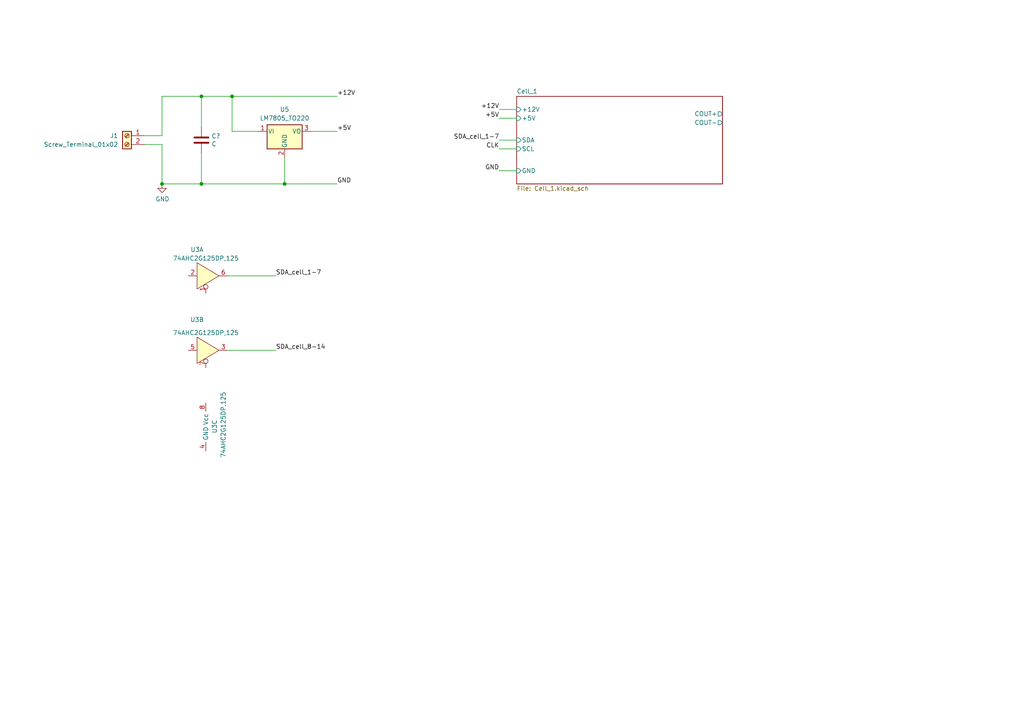
<source format=kicad_sch>
(kicad_sch (version 20230121) (generator eeschema)
  (paper "A4")
  (title_block (title "Battery Hardware Emulator") (rev "R01"))
  (lib_symbols
    (symbol "Connector:Screw_Terminal_01x02" (pin_names (offset 1.016) hide)
      (property "Reference" "J" (at 0 2.54 0))
      (property "Value" "Screw_Terminal_01x02" (at 0 -5.08 0))
      (symbol "Screw_Terminal_01x02_1_1"
        (rectangle (start -1.27 1.27) (end 1.27 -3.81) (stroke (width 0.254)) (fill (type background)))
        (circle (center 0 -2.54) (radius 0.635) (stroke (width 0.1524)))
        (polyline (pts (xy -0.5334 -2.2098) (xy 0.3302 -3.048)) (stroke (width 0.1524)))
        (polyline (pts (xy -0.5334 0.3302) (xy 0.3302 -0.508)) (stroke (width 0.1524)))
        (polyline (pts (xy -0.3556 -2.032) (xy 0.508 -2.8702)) (stroke (width 0.1524)))
        (polyline (pts (xy -0.3556 0.508) (xy 0.508 -0.3302)) (stroke (width 0.1524)))
        (circle (center 0 0) (radius 0.635) (stroke (width 0.1524)))
        (pin passive line (at -5.08 0 0) (length 3.81) (name "Pin_1") (number "1"))
        (pin passive line (at -5.08 -2.54 0) (length 3.81) (name "Pin_2") (number "2"))
      )
    )
    (symbol "Device:C" (pin_numbers hide) (pin_names (offset 0.254))
      (property "Reference" "C" (at 0.635 2.54 0))
      (property "Value" "C" (at 0.635 -2.54 0))
      (symbol "C_0_1"
        (polyline (pts (xy -2.032 -0.762) (xy 2.032 -0.762)) (stroke (width 0.508)))
        (polyline (pts (xy -2.032 0.762) (xy 2.032 0.762)) (stroke (width 0.508)))
      )
      (symbol "C_1_1"
        (pin passive line (at 0 3.81 270) (length 2.794) (name "~") (number "1"))
        (pin passive line (at 0 -3.81 90) (length 2.794) (name "~") (number "2"))
      )
    )
    (symbol "PR7 Custom:74AHC2G125DP,125"
      (property "Reference" "U" (at 0 3.81 0))
      (symbol "74AHC2G125DP,125_1_1"
        (polyline (pts (xy -2.54 3.81) (xy -2.54 -3.81) (xy 3.81 0) (xy -2.54 3.81)) (fill (type background)))
        (pin input inverted (at 0 -5.08 90) (length 2.54) (name "") (number "1"))
        (pin input line (at -5.08 0 0) (length 2.54) (name "") (number "2"))
        (pin output line (at 6.35 0 180) (length 2.54) (name "") (number "6"))
      )
      (symbol "74AHC2G125DP,125_2_1"
        (polyline (pts (xy -2.54 3.81) (xy -2.54 2.54) (xy -2.54 -3.81) (xy 3.81 0) (xy -2.54 3.81)) (fill (type background)))
        (pin output line (at 6.35 0 180) (length 2.54) (name "") (number "3"))
        (pin input line (at -5.08 0 0) (length 2.54) (name "") (number "5"))
        (pin input inverted (at 0 -5.08 90) (length 2.54) (name "") (number "7"))
      )
      (symbol "74AHC2G125DP,125_3_1"
        (pin power_out line (at 0 -7.62 90) (length 2.54) (name "GND") (number "4"))
        (pin power_in line (at 0 6.35 270) (length 2.54) (name "Vcc") (number "8"))
      )
    )
    (symbol "Regulator_Linear:LM7805_TO220" (pin_names (offset 0.254))
      (property "Reference" "U" (at -3.81 3.175 0))
      (property "Value" "LM7805_TO220" (at 0 3.175 0))
      (symbol "LM7805_TO220_0_1"
        (rectangle (start -5.08 1.905) (end 5.08 -5.08) (stroke (width 0.254)) (fill (type background)))
      )
      (symbol "LM7805_TO220_1_1"
        (pin power_in line (at -7.62 0 0) (length 2.54) (name "VI") (number "1"))
        (pin power_in line (at 0 -7.62 90) (length 2.54) (name "GND") (number "2"))
        (pin power_out line (at 7.62 0 180) (length 2.54) (name "VO") (number "3"))
      )
    )
    (symbol "power:GND" (power) (pin_names (offset 0))
      (property "Value" "GND" (at 0 -3.81 0))
      (symbol "GND_0_1"
        (polyline (pts (xy 0 0) (xy 0 -1.27) (xy 1.27 -1.27) (xy 0 -2.54) (xy -1.27 -1.27) (xy 0 -1.27)))
      )
      (symbol "GND_1_1"
        (pin power_in line (at 0 0 270) (length 0) hide (name "GND") (number "1"))
      )
    )
  )
  (junction (at 58.42 27.94))
  (junction (at 46.99 53.34))
  (junction (at 67.31 27.94))
  (junction (at 58.42 53.34))
  (junction (at 82.55 53.34))
  (wire (pts (xy 58.42 44.45) (xy 58.42 53.34)))
  (wire (pts (xy 144.78 43.18) (xy 149.86 43.18)))
  (wire (pts (xy 46.99 41.91) (xy 46.99 53.34)))
  (wire (pts (xy 67.31 38.1) (xy 67.31 27.94)))
  (wire (pts (xy 41.91 39.37) (xy 46.99 39.37)))
  (wire (pts (xy 144.78 34.29) (xy 149.86 34.29)))
  (wire (pts (xy 66.04 101.6) (xy 80.01 101.6)))
  (wire (pts (xy 46.99 53.34) (xy 58.42 53.34)))
  (wire (pts (xy 144.78 31.75) (xy 149.86 31.75)))
  (wire (pts (xy 46.99 39.37) (xy 46.99 27.94)))
  (wire (pts (xy 82.55 45.72) (xy 82.55 53.34)))
  (wire (pts (xy 58.42 27.94) (xy 58.42 36.83)))
  (wire (pts (xy 58.42 53.34) (xy 82.55 53.34)))
  (wire (pts (xy 90.17 38.1) (xy 97.79 38.1)))
  (wire (pts (xy 46.99 27.94) (xy 58.42 27.94)))
  (wire (pts (xy 41.91 41.91) (xy 46.99 41.91)))
  (wire (pts (xy 67.31 27.94) (xy 97.79 27.94)))
  (wire (pts (xy 144.78 40.64) (xy 149.86 40.64)))
  (wire (pts (xy 144.78 49.53) (xy 149.86 49.53)))
  (wire (pts (xy 67.31 38.1) (xy 74.93 38.1)))
  (wire (pts (xy 58.42 27.94) (xy 67.31 27.94)))
  (wire (pts (xy 66.04 80.01) (xy 80.01 80.01)))
  (wire (pts (xy 82.55 53.34) (xy 97.79 53.34)))
  (label "+12V" (at 97.79 27.94 0))
  (label "+5V" (at 97.79 38.1 0))
  (label "+5V" (at 144.78 34.29 180))
  (label "+12V" (at 144.78 31.75 180))
  (label "GND" (at 97.79 53.34 0))
  (label "SDA_cell_1-7" (at 144.78 40.64 180))
  (label "SDA_cell_8-14" (at 80.01 101.6 0))
  (label "GND" (at 144.78 49.53 180))
  (label "SDA_cell_1-7" (at 80.01 80.01 0))
  (label "CLK" (at 144.78 43.18 180))
  (symbol (lib_id "Device:C") (at 58.42 40.64 0) (unit 1)
    (property "Reference" "C?" (at 61.341 39.4716 0) (effects (justify left)))
    (property "Value" "C" (at 61.341 41.783 0) (effects (justify left)))
    (property "Footprint" "Capacitor_SMD:C_0805_2012Metric" (effects hide))
  )
  (symbol (lib_id "Regulator_Linear:LM7805_TO220") (at 82.55 38.1 0) (unit 1)
    (property "Reference" "U5" (at 82.55 31.75 0))
    (property "Value" "LM7805_TO220" (at 82.55 34.29 0))
    (property "Footprint" "Package_TO_SOT_THT:TO-220-3_Vertical" (effects hide))
    (property "Datasheet" "https://www.onsemi.cn/PowerSolutions/document/MC7800-D.PDF" (effects hide))
  )
  (symbol (lib_id "Connector:Screw_Terminal_01x02") (at 36.83 39.37 0) (mirror y) (unit 1)
    (property "Reference" "J1" (at 34.29 39.37 0) (effects (justify left)))
    (property "Value" "Screw_Terminal_01x02" (at 34.29 41.91 0) (effects (justify left)))
  )
  (symbol (lib_id "PR7 Custom:74AHC2G125DP,125") (at 59.69 80.01 0) (unit 1)
    (property "Reference" "U3" (at 57.15 72.39 0))
    (property "Value" "74AHC2G125DP,125" (at 59.69 74.93 0))
    (property "Footprint" "Package_SO:TSSOP-8_3x3mm_P0.65mm" (effects hide))
    (property "Datasheet" "https://www.digikey.nl/en/products/detail/nexperia-usa-inc/74AHC2G125DP-125/1229528" (effects hide))
  )
  (symbol (lib_id "power:GND") (at 46.99 53.34 0) (unit 1)
    (property "Reference" "#PWR01" (effects hide))
    (property "Value" "GND" (at 47.117 57.7342 0))
  )
  (symbol (lib_id "PR7 Custom:74AHC2G125DP,125") (at 59.69 123.19 0) (unit 3)
    (property "Reference" "U3" (at 62.23 125.73 90) (effects (justify left)))
    (property "Value" "74AHC2G125DP,125" (at 64.77 123.19 90))
    (property "Footprint" "Package_SO:TSSOP-8_3x3mm_P0.65mm" (effects hide))
    (property "Datasheet" "https://www.digikey.nl/en/products/detail/nexperia-usa-inc/74AHC2G125DP-125/1229528" (effects hide))
  )
  (symbol (lib_id "PR7 Custom:74AHC2G125DP,125") (at 59.69 101.6 0) (unit 2)
    (property "Reference" "U3" (at 57.15 92.71 0))
    (property "Value" "74AHC2G125DP,125" (at 59.69 96.52 0))
    (property "Footprint" "Package_SO:TSSOP-8_3x3mm_P0.65mm" (effects hide))
    (property "Datasheet" "https://www.digikey.nl/en/products/detail/nexperia-usa-inc/74AHC2G125DP-125/1229528" (effects hide))
  )
  (sheet (at 149.86 27.94) (size 59.69 25.4) (stroke (width 0.1524))
    (property "Sheetname" "Cell_1" (at 149.86 27.2284 0) (effects (justify left bottom)))
    (property "Sheetfile" "Cell_1.kicad_sch" (at 149.86 53.9246 0) (effects (justify left top)))
    (pin "+12V" input (at 149.86 31.75 180))
    (pin "GND" input (at 149.86 49.53 180))
    (pin "COUT+" output (at 209.55 33.02 0))
    (pin "COUT-" output (at 209.55 35.56 0))
    (pin "+5V" input (at 149.86 34.29 180))
    (pin "SDA" input (at 149.86 40.64 180))
    (pin "SCL" input (at 149.86 43.18 180))
  )
)
</source>
